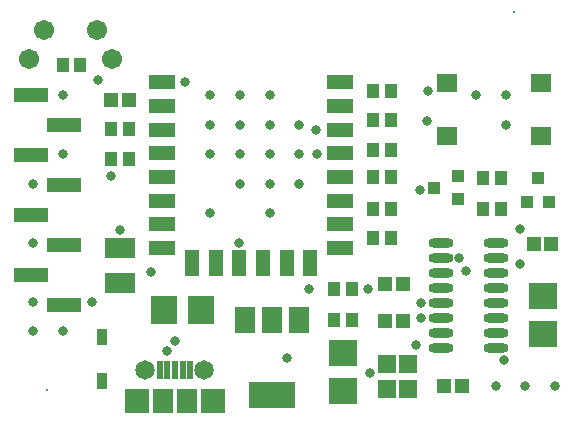
<source format=gts>
G04 Layer_Color=20142*
%FSLAX25Y25*%
%MOIN*%
G70*
G01*
G75*
%ADD44R,0.03950X0.04737*%
%ADD45R,0.06902X0.05918*%
%ADD46R,0.04934X0.04737*%
%ADD47R,0.08674X0.09461*%
%ADD48R,0.03556X0.05524*%
%ADD49R,0.02375X0.06115*%
%ADD50R,0.06706X0.08280*%
%ADD51R,0.10300X0.07100*%
%ADD52R,0.04540X0.04934*%
%ADD53R,0.06706X0.08674*%
%ADD54R,0.15761X0.08674*%
%ADD55R,0.09461X0.08674*%
%ADD56R,0.05918X0.05918*%
%ADD57O,0.08280X0.03162*%
%ADD58R,0.03950X0.04343*%
%ADD59R,0.04343X0.03950*%
%ADD60R,0.11627X0.04737*%
%ADD61R,0.08674X0.04737*%
%ADD62R,0.04737X0.08674*%
%ADD63C,0.03162*%
%ADD64C,0.06706*%
%ADD65C,0.06509*%
%ADD66R,0.07887X0.08280*%
%ADD67C,0.00800*%
D44*
X132972Y185236D02*
D03*
X138878D02*
D03*
X122638Y216535D02*
D03*
X116732D02*
D03*
X138779Y194980D02*
D03*
X132874D02*
D03*
X220276Y179134D02*
D03*
X226181D02*
D03*
X220276Y207874D02*
D03*
X226181D02*
D03*
X220276Y198031D02*
D03*
X226181D02*
D03*
X220276Y188091D02*
D03*
X226181D02*
D03*
X220276Y168504D02*
D03*
X226181D02*
D03*
X220276Y158661D02*
D03*
X226181D02*
D03*
X256890Y178740D02*
D03*
X262795D02*
D03*
X262795Y168504D02*
D03*
X256890D02*
D03*
X207283Y141732D02*
D03*
X213189D02*
D03*
X207283Y131299D02*
D03*
X213189D02*
D03*
D45*
X244980Y210433D02*
D03*
X276279D02*
D03*
X244980Y192717D02*
D03*
X276279D02*
D03*
D46*
X243898Y109449D02*
D03*
X249803D02*
D03*
X230118Y131102D02*
D03*
X224213D02*
D03*
D47*
X162992Y134646D02*
D03*
X150394D02*
D03*
D48*
X129921Y111221D02*
D03*
Y125787D02*
D03*
D49*
X159252Y114906D02*
D03*
X156693D02*
D03*
X154134D02*
D03*
X151575D02*
D03*
X149016D02*
D03*
D50*
X150197Y104276D02*
D03*
X158071D02*
D03*
D51*
X135827Y155512D02*
D03*
Y143606D02*
D03*
D52*
X132972Y204921D02*
D03*
X138681D02*
D03*
X230020Y143307D02*
D03*
X224311D02*
D03*
X273917Y156693D02*
D03*
X279626D02*
D03*
D53*
X195669Y131299D02*
D03*
X186614D02*
D03*
X177559D02*
D03*
D54*
X186614Y106496D02*
D03*
D55*
X210236Y107874D02*
D03*
Y120472D02*
D03*
X276772Y139370D02*
D03*
Y126772D02*
D03*
D56*
X225000Y108465D02*
D03*
Y116732D02*
D03*
X231693Y108465D02*
D03*
Y116732D02*
D03*
D57*
X261205Y122205D02*
D03*
Y127205D02*
D03*
Y132205D02*
D03*
Y137205D02*
D03*
Y142205D02*
D03*
Y147205D02*
D03*
Y152205D02*
D03*
Y157205D02*
D03*
X242701Y122205D02*
D03*
Y127205D02*
D03*
Y132205D02*
D03*
Y137205D02*
D03*
Y142205D02*
D03*
Y147205D02*
D03*
Y152205D02*
D03*
Y157205D02*
D03*
D58*
X275197Y178740D02*
D03*
X278937Y170866D02*
D03*
X271457D02*
D03*
D59*
X240551Y175591D02*
D03*
X248425Y179331D02*
D03*
Y171850D02*
D03*
D60*
X117028Y136299D02*
D03*
X106201Y166299D02*
D03*
Y186299D02*
D03*
X117028Y156299D02*
D03*
X106201Y146299D02*
D03*
X117028Y176299D02*
D03*
Y196299D02*
D03*
X106201Y206299D02*
D03*
D61*
X150000Y210630D02*
D03*
Y202756D02*
D03*
Y194882D02*
D03*
Y187008D02*
D03*
Y179134D02*
D03*
Y171260D02*
D03*
Y163386D02*
D03*
Y155512D02*
D03*
X209055Y155512D02*
D03*
Y163386D02*
D03*
Y171260D02*
D03*
Y179134D02*
D03*
Y187008D02*
D03*
Y194882D02*
D03*
Y202756D02*
D03*
Y210630D02*
D03*
D62*
X159843Y150394D02*
D03*
X167717D02*
D03*
X175591D02*
D03*
X183465D02*
D03*
X191339D02*
D03*
X199213D02*
D03*
D63*
X264411Y196563D02*
D03*
X254569Y206405D02*
D03*
X264411D02*
D03*
X195513Y196563D02*
D03*
Y186721D02*
D03*
Y176878D02*
D03*
X185671Y167035D02*
D03*
Y176878D02*
D03*
Y186721D02*
D03*
Y196563D02*
D03*
Y206405D02*
D03*
X175828D02*
D03*
Y196563D02*
D03*
Y186721D02*
D03*
Y176878D02*
D03*
X165986Y167035D02*
D03*
Y206405D02*
D03*
Y196563D02*
D03*
Y186721D02*
D03*
X146301Y147350D02*
D03*
X126616Y137508D02*
D03*
X116773Y127665D02*
D03*
X106931D02*
D03*
Y137508D02*
D03*
Y157193D02*
D03*
Y176878D02*
D03*
X116773Y186721D02*
D03*
Y206405D02*
D03*
X234646Y123228D02*
D03*
X280709Y109449D02*
D03*
X261024D02*
D03*
X270866D02*
D03*
X269291Y161811D02*
D03*
Y150000D02*
D03*
X238189Y197638D02*
D03*
X238583Y207874D02*
D03*
X251181Y147638D02*
D03*
X248976Y152205D02*
D03*
X235827Y174803D02*
D03*
X157480Y210630D02*
D03*
X175591Y157087D02*
D03*
X128347Y211417D02*
D03*
X236221Y132236D02*
D03*
Y137173D02*
D03*
X263779Y118209D02*
D03*
X191339Y118898D02*
D03*
X154331Y124409D02*
D03*
X151575Y121260D02*
D03*
X135827Y161516D02*
D03*
X201279Y194685D02*
D03*
X201575Y186909D02*
D03*
X132874Y179527D02*
D03*
X198819Y141732D02*
D03*
X219291Y113780D02*
D03*
X218504Y141732D02*
D03*
D64*
X105512Y218307D02*
D03*
X110433Y228150D02*
D03*
X128149D02*
D03*
X133071Y218307D02*
D03*
D65*
X163976Y114906D02*
D03*
X144291D02*
D03*
D66*
X141535Y104276D02*
D03*
X166732D02*
D03*
D67*
X267126Y234252D02*
D03*
X111614Y108268D02*
D03*
M02*

</source>
